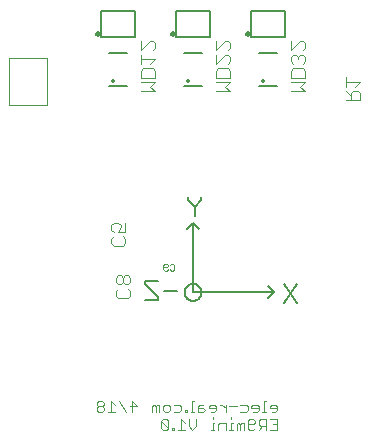
<source format=gbo>
G75*
%MOIN*%
%OFA0B0*%
%FSLAX25Y25*%
%IPPOS*%
%LPD*%
%AMOC8*
5,1,8,0,0,1.08239X$1,22.5*
%
%ADD10C,0.00300*%
%ADD11C,0.00500*%
%ADD12C,0.00600*%
%ADD13C,0.00200*%
%ADD14C,0.00400*%
%ADD15C,0.00800*%
%ADD16C,0.01414*%
%ADD17C,0.00197*%
D10*
X0101184Y0010800D02*
X0102419Y0010800D01*
X0103036Y0011417D01*
X0103036Y0012652D01*
X0102419Y0013269D01*
X0101184Y0013269D01*
X0100567Y0012652D01*
X0100567Y0012034D01*
X0103036Y0012034D01*
X0099353Y0014503D02*
X0098735Y0014503D01*
X0098735Y0010800D01*
X0098118Y0010800D02*
X0099353Y0010800D01*
X0095046Y0010800D02*
X0096280Y0010800D01*
X0096897Y0011417D01*
X0096897Y0012652D01*
X0096280Y0013269D01*
X0095046Y0013269D01*
X0094428Y0012652D01*
X0094428Y0012034D01*
X0096897Y0012034D01*
X0090745Y0013269D02*
X0092597Y0013269D01*
X0093214Y0012652D01*
X0093214Y0011417D01*
X0092597Y0010800D01*
X0090745Y0010800D01*
X0089531Y0012652D02*
X0087062Y0012652D01*
X0085848Y0013269D02*
X0085848Y0010800D01*
X0085848Y0012034D02*
X0084613Y0013269D01*
X0083996Y0013269D01*
X0080927Y0010800D02*
X0082161Y0010800D01*
X0082779Y0011417D01*
X0082779Y0012652D01*
X0082161Y0013269D01*
X0080927Y0013269D01*
X0080310Y0012652D01*
X0080310Y0012034D01*
X0082779Y0012034D01*
X0078478Y0013269D02*
X0077244Y0013269D01*
X0076627Y0012652D01*
X0076627Y0010800D01*
X0078478Y0010800D01*
X0079095Y0011417D01*
X0078478Y0012034D01*
X0076627Y0012034D01*
X0075412Y0014503D02*
X0074795Y0014503D01*
X0074795Y0010800D01*
X0075412Y0010800D02*
X0074178Y0010800D01*
X0072957Y0010800D02*
X0072957Y0011417D01*
X0072340Y0011417D01*
X0072340Y0010800D01*
X0072957Y0010800D01*
X0068646Y0013269D02*
X0070498Y0013269D01*
X0071115Y0012652D01*
X0071115Y0011417D01*
X0070498Y0010800D01*
X0068646Y0010800D01*
X0066815Y0010800D02*
X0065580Y0010800D01*
X0064963Y0011417D01*
X0064963Y0012652D01*
X0065580Y0013269D01*
X0066815Y0013269D01*
X0067432Y0012652D01*
X0067432Y0011417D01*
X0066815Y0010800D01*
X0063749Y0010800D02*
X0063749Y0013269D01*
X0063132Y0013269D01*
X0062515Y0012652D01*
X0062515Y0010800D01*
X0062515Y0012652D02*
X0061897Y0013269D01*
X0061280Y0012652D01*
X0061280Y0010800D01*
X0054531Y0010800D02*
X0054531Y0014503D01*
X0056383Y0012652D01*
X0053914Y0012652D01*
X0052699Y0010800D02*
X0050231Y0014503D01*
X0049016Y0013269D02*
X0047782Y0014503D01*
X0047782Y0010800D01*
X0049016Y0010800D02*
X0046548Y0010800D01*
X0045333Y0013886D02*
X0044716Y0014503D01*
X0043482Y0014503D01*
X0042864Y0013886D01*
X0042864Y0013269D01*
X0043482Y0012652D01*
X0042864Y0012034D01*
X0042864Y0011417D01*
X0043482Y0010800D01*
X0044716Y0010800D01*
X0045333Y0011417D01*
X0045333Y0012034D01*
X0044716Y0012652D01*
X0045333Y0013269D01*
X0045333Y0013886D01*
X0044716Y0012652D02*
X0043482Y0012652D01*
X0100567Y0008503D02*
X0103036Y0008503D01*
X0103036Y0004800D01*
X0100567Y0004800D01*
X0101801Y0006652D02*
X0103036Y0006652D01*
X0099353Y0004800D02*
X0099353Y0008503D01*
X0097501Y0008503D01*
X0096884Y0007886D01*
X0096884Y0006652D01*
X0097501Y0006034D01*
X0099353Y0006034D01*
X0098118Y0006034D02*
X0096884Y0004800D01*
X0095670Y0005417D02*
X0095052Y0004800D01*
X0093818Y0004800D01*
X0093201Y0005417D01*
X0093201Y0007886D01*
X0093818Y0008503D01*
X0095052Y0008503D01*
X0095670Y0007886D01*
X0095670Y0007269D01*
X0095052Y0006652D01*
X0093201Y0006652D01*
X0091986Y0004800D02*
X0091986Y0007269D01*
X0091369Y0007269D01*
X0090752Y0006652D01*
X0090752Y0004800D01*
X0090752Y0006652D02*
X0090135Y0007269D01*
X0089518Y0006652D01*
X0089518Y0004800D01*
X0088303Y0007269D02*
X0087686Y0007269D01*
X0087686Y0004800D01*
X0088303Y0004800D02*
X0087069Y0004800D01*
X0087686Y0008503D02*
X0087686Y0009120D01*
X0085848Y0004800D02*
X0085848Y0007269D01*
X0083996Y0007269D01*
X0083379Y0006652D01*
X0083379Y0004800D01*
X0082165Y0007269D02*
X0081547Y0007269D01*
X0081547Y0004800D01*
X0080930Y0004800D02*
X0082165Y0004800D01*
X0081547Y0008503D02*
X0081547Y0009120D01*
X0076026Y0008503D02*
X0076026Y0006034D01*
X0074792Y0004800D01*
X0073557Y0006034D01*
X0073557Y0008503D01*
X0072343Y0007269D02*
X0071109Y0008503D01*
X0071109Y0004800D01*
X0072343Y0004800D02*
X0069874Y0004800D01*
X0068660Y0004800D02*
X0068660Y0005417D01*
X0068043Y0005417D01*
X0068043Y0004800D01*
X0068660Y0004800D01*
X0066818Y0005417D02*
X0066818Y0007886D01*
X0066201Y0008503D01*
X0064967Y0008503D01*
X0064349Y0007886D01*
X0064349Y0005417D01*
X0064967Y0004800D01*
X0066201Y0004800D01*
X0066818Y0005417D01*
X0064349Y0007886D01*
D11*
X0075000Y0050750D02*
X0102000Y0050750D01*
X0100000Y0052750D01*
X0102000Y0050750D02*
X0100000Y0048750D01*
X0075000Y0050750D02*
X0075000Y0073750D01*
X0073000Y0071750D01*
X0075000Y0073750D02*
X0077000Y0071750D01*
X0072172Y0050750D02*
X0072174Y0050856D01*
X0072180Y0050961D01*
X0072190Y0051067D01*
X0072204Y0051171D01*
X0072221Y0051276D01*
X0072243Y0051379D01*
X0072268Y0051482D01*
X0072298Y0051584D01*
X0072331Y0051684D01*
X0072367Y0051783D01*
X0072408Y0051881D01*
X0072452Y0051977D01*
X0072500Y0052071D01*
X0072551Y0052164D01*
X0072605Y0052255D01*
X0072663Y0052343D01*
X0072725Y0052429D01*
X0072789Y0052513D01*
X0072856Y0052595D01*
X0072927Y0052674D01*
X0073000Y0052750D01*
X0073076Y0052823D01*
X0073155Y0052894D01*
X0073237Y0052961D01*
X0073321Y0053025D01*
X0073407Y0053087D01*
X0073495Y0053145D01*
X0073586Y0053199D01*
X0073679Y0053250D01*
X0073773Y0053298D01*
X0073869Y0053342D01*
X0073967Y0053383D01*
X0074066Y0053419D01*
X0074166Y0053452D01*
X0074268Y0053482D01*
X0074371Y0053507D01*
X0074474Y0053529D01*
X0074579Y0053546D01*
X0074683Y0053560D01*
X0074789Y0053570D01*
X0074894Y0053576D01*
X0075000Y0053578D01*
X0075106Y0053576D01*
X0075211Y0053570D01*
X0075317Y0053560D01*
X0075421Y0053546D01*
X0075526Y0053529D01*
X0075629Y0053507D01*
X0075732Y0053482D01*
X0075834Y0053452D01*
X0075934Y0053419D01*
X0076033Y0053383D01*
X0076131Y0053342D01*
X0076227Y0053298D01*
X0076321Y0053250D01*
X0076414Y0053199D01*
X0076505Y0053145D01*
X0076593Y0053087D01*
X0076679Y0053025D01*
X0076763Y0052961D01*
X0076845Y0052894D01*
X0076924Y0052823D01*
X0077000Y0052750D01*
X0077073Y0052674D01*
X0077144Y0052595D01*
X0077211Y0052513D01*
X0077275Y0052429D01*
X0077337Y0052343D01*
X0077395Y0052255D01*
X0077449Y0052164D01*
X0077500Y0052071D01*
X0077548Y0051977D01*
X0077592Y0051881D01*
X0077633Y0051783D01*
X0077669Y0051684D01*
X0077702Y0051584D01*
X0077732Y0051482D01*
X0077757Y0051379D01*
X0077779Y0051276D01*
X0077796Y0051171D01*
X0077810Y0051067D01*
X0077820Y0050961D01*
X0077826Y0050856D01*
X0077828Y0050750D01*
X0077826Y0050644D01*
X0077820Y0050539D01*
X0077810Y0050433D01*
X0077796Y0050329D01*
X0077779Y0050224D01*
X0077757Y0050121D01*
X0077732Y0050018D01*
X0077702Y0049916D01*
X0077669Y0049816D01*
X0077633Y0049717D01*
X0077592Y0049619D01*
X0077548Y0049523D01*
X0077500Y0049429D01*
X0077449Y0049336D01*
X0077395Y0049245D01*
X0077337Y0049157D01*
X0077275Y0049071D01*
X0077211Y0048987D01*
X0077144Y0048905D01*
X0077073Y0048826D01*
X0077000Y0048750D01*
X0076924Y0048677D01*
X0076845Y0048606D01*
X0076763Y0048539D01*
X0076679Y0048475D01*
X0076593Y0048413D01*
X0076505Y0048355D01*
X0076414Y0048301D01*
X0076321Y0048250D01*
X0076227Y0048202D01*
X0076131Y0048158D01*
X0076033Y0048117D01*
X0075934Y0048081D01*
X0075834Y0048048D01*
X0075732Y0048018D01*
X0075629Y0047993D01*
X0075526Y0047971D01*
X0075421Y0047954D01*
X0075317Y0047940D01*
X0075211Y0047930D01*
X0075106Y0047924D01*
X0075000Y0047922D01*
X0074894Y0047924D01*
X0074789Y0047930D01*
X0074683Y0047940D01*
X0074579Y0047954D01*
X0074474Y0047971D01*
X0074371Y0047993D01*
X0074268Y0048018D01*
X0074166Y0048048D01*
X0074066Y0048081D01*
X0073967Y0048117D01*
X0073869Y0048158D01*
X0073773Y0048202D01*
X0073679Y0048250D01*
X0073586Y0048301D01*
X0073495Y0048355D01*
X0073407Y0048413D01*
X0073321Y0048475D01*
X0073237Y0048539D01*
X0073155Y0048606D01*
X0073076Y0048677D01*
X0073000Y0048750D01*
X0072927Y0048826D01*
X0072856Y0048905D01*
X0072789Y0048987D01*
X0072725Y0049071D01*
X0072663Y0049157D01*
X0072605Y0049245D01*
X0072551Y0049336D01*
X0072500Y0049429D01*
X0072452Y0049523D01*
X0072408Y0049619D01*
X0072367Y0049717D01*
X0072331Y0049816D01*
X0072298Y0049916D01*
X0072268Y0050018D01*
X0072243Y0050121D01*
X0072221Y0050224D01*
X0072204Y0050329D01*
X0072190Y0050433D01*
X0072180Y0050539D01*
X0072174Y0050644D01*
X0072172Y0050750D01*
X0044488Y0135669D02*
X0055512Y0135669D01*
X0055512Y0144331D01*
X0044488Y0144331D01*
X0044488Y0135669D01*
X0042750Y0136850D02*
X0042752Y0136897D01*
X0042758Y0136943D01*
X0042767Y0136989D01*
X0042781Y0137033D01*
X0042798Y0137077D01*
X0042819Y0137118D01*
X0042843Y0137158D01*
X0042870Y0137196D01*
X0042901Y0137231D01*
X0042934Y0137264D01*
X0042970Y0137294D01*
X0043009Y0137320D01*
X0043049Y0137344D01*
X0043091Y0137363D01*
X0043135Y0137380D01*
X0043180Y0137392D01*
X0043226Y0137401D01*
X0043272Y0137406D01*
X0043319Y0137407D01*
X0043365Y0137404D01*
X0043411Y0137397D01*
X0043457Y0137386D01*
X0043501Y0137372D01*
X0043544Y0137354D01*
X0043585Y0137332D01*
X0043625Y0137307D01*
X0043662Y0137279D01*
X0043697Y0137248D01*
X0043729Y0137214D01*
X0043758Y0137177D01*
X0043783Y0137139D01*
X0043806Y0137098D01*
X0043825Y0137055D01*
X0043840Y0137011D01*
X0043852Y0136966D01*
X0043860Y0136920D01*
X0043864Y0136873D01*
X0043864Y0136827D01*
X0043860Y0136780D01*
X0043852Y0136734D01*
X0043840Y0136689D01*
X0043825Y0136645D01*
X0043806Y0136602D01*
X0043783Y0136561D01*
X0043758Y0136523D01*
X0043729Y0136486D01*
X0043697Y0136452D01*
X0043662Y0136421D01*
X0043625Y0136393D01*
X0043586Y0136368D01*
X0043544Y0136346D01*
X0043501Y0136328D01*
X0043457Y0136314D01*
X0043411Y0136303D01*
X0043365Y0136296D01*
X0043319Y0136293D01*
X0043272Y0136294D01*
X0043226Y0136299D01*
X0043180Y0136308D01*
X0043135Y0136320D01*
X0043091Y0136337D01*
X0043049Y0136356D01*
X0043009Y0136380D01*
X0042970Y0136406D01*
X0042934Y0136436D01*
X0042901Y0136469D01*
X0042870Y0136504D01*
X0042843Y0136542D01*
X0042819Y0136582D01*
X0042798Y0136623D01*
X0042781Y0136667D01*
X0042767Y0136711D01*
X0042758Y0136757D01*
X0042752Y0136803D01*
X0042750Y0136850D01*
X0069488Y0135669D02*
X0080512Y0135669D01*
X0080512Y0144331D01*
X0069488Y0144331D01*
X0069488Y0135669D01*
X0067750Y0136850D02*
X0067752Y0136897D01*
X0067758Y0136943D01*
X0067767Y0136989D01*
X0067781Y0137033D01*
X0067798Y0137077D01*
X0067819Y0137118D01*
X0067843Y0137158D01*
X0067870Y0137196D01*
X0067901Y0137231D01*
X0067934Y0137264D01*
X0067970Y0137294D01*
X0068009Y0137320D01*
X0068049Y0137344D01*
X0068091Y0137363D01*
X0068135Y0137380D01*
X0068180Y0137392D01*
X0068226Y0137401D01*
X0068272Y0137406D01*
X0068319Y0137407D01*
X0068365Y0137404D01*
X0068411Y0137397D01*
X0068457Y0137386D01*
X0068501Y0137372D01*
X0068544Y0137354D01*
X0068585Y0137332D01*
X0068625Y0137307D01*
X0068662Y0137279D01*
X0068697Y0137248D01*
X0068729Y0137214D01*
X0068758Y0137177D01*
X0068783Y0137139D01*
X0068806Y0137098D01*
X0068825Y0137055D01*
X0068840Y0137011D01*
X0068852Y0136966D01*
X0068860Y0136920D01*
X0068864Y0136873D01*
X0068864Y0136827D01*
X0068860Y0136780D01*
X0068852Y0136734D01*
X0068840Y0136689D01*
X0068825Y0136645D01*
X0068806Y0136602D01*
X0068783Y0136561D01*
X0068758Y0136523D01*
X0068729Y0136486D01*
X0068697Y0136452D01*
X0068662Y0136421D01*
X0068625Y0136393D01*
X0068586Y0136368D01*
X0068544Y0136346D01*
X0068501Y0136328D01*
X0068457Y0136314D01*
X0068411Y0136303D01*
X0068365Y0136296D01*
X0068319Y0136293D01*
X0068272Y0136294D01*
X0068226Y0136299D01*
X0068180Y0136308D01*
X0068135Y0136320D01*
X0068091Y0136337D01*
X0068049Y0136356D01*
X0068009Y0136380D01*
X0067970Y0136406D01*
X0067934Y0136436D01*
X0067901Y0136469D01*
X0067870Y0136504D01*
X0067843Y0136542D01*
X0067819Y0136582D01*
X0067798Y0136623D01*
X0067781Y0136667D01*
X0067767Y0136711D01*
X0067758Y0136757D01*
X0067752Y0136803D01*
X0067750Y0136850D01*
X0094488Y0135669D02*
X0105512Y0135669D01*
X0105512Y0144331D01*
X0094488Y0144331D01*
X0094488Y0135669D01*
X0092750Y0136850D02*
X0092752Y0136897D01*
X0092758Y0136943D01*
X0092767Y0136989D01*
X0092781Y0137033D01*
X0092798Y0137077D01*
X0092819Y0137118D01*
X0092843Y0137158D01*
X0092870Y0137196D01*
X0092901Y0137231D01*
X0092934Y0137264D01*
X0092970Y0137294D01*
X0093009Y0137320D01*
X0093049Y0137344D01*
X0093091Y0137363D01*
X0093135Y0137380D01*
X0093180Y0137392D01*
X0093226Y0137401D01*
X0093272Y0137406D01*
X0093319Y0137407D01*
X0093365Y0137404D01*
X0093411Y0137397D01*
X0093457Y0137386D01*
X0093501Y0137372D01*
X0093544Y0137354D01*
X0093585Y0137332D01*
X0093625Y0137307D01*
X0093662Y0137279D01*
X0093697Y0137248D01*
X0093729Y0137214D01*
X0093758Y0137177D01*
X0093783Y0137139D01*
X0093806Y0137098D01*
X0093825Y0137055D01*
X0093840Y0137011D01*
X0093852Y0136966D01*
X0093860Y0136920D01*
X0093864Y0136873D01*
X0093864Y0136827D01*
X0093860Y0136780D01*
X0093852Y0136734D01*
X0093840Y0136689D01*
X0093825Y0136645D01*
X0093806Y0136602D01*
X0093783Y0136561D01*
X0093758Y0136523D01*
X0093729Y0136486D01*
X0093697Y0136452D01*
X0093662Y0136421D01*
X0093625Y0136393D01*
X0093586Y0136368D01*
X0093544Y0136346D01*
X0093501Y0136328D01*
X0093457Y0136314D01*
X0093411Y0136303D01*
X0093365Y0136296D01*
X0093319Y0136293D01*
X0093272Y0136294D01*
X0093226Y0136299D01*
X0093180Y0136308D01*
X0093135Y0136320D01*
X0093091Y0136337D01*
X0093049Y0136356D01*
X0093009Y0136380D01*
X0092970Y0136406D01*
X0092934Y0136436D01*
X0092901Y0136469D01*
X0092870Y0136504D01*
X0092843Y0136542D01*
X0092819Y0136582D01*
X0092798Y0136623D01*
X0092781Y0136667D01*
X0092767Y0136711D01*
X0092758Y0136757D01*
X0092752Y0136803D01*
X0092750Y0136850D01*
D12*
X0109700Y0053455D02*
X0105430Y0047050D01*
X0109700Y0047050D02*
X0105430Y0053455D01*
X0077700Y0082455D02*
X0077700Y0081388D01*
X0075565Y0079253D01*
X0073430Y0081388D01*
X0073430Y0082455D01*
X0075565Y0079253D02*
X0075565Y0076050D01*
X0069700Y0051253D02*
X0065430Y0051253D01*
X0063255Y0054455D02*
X0058984Y0054455D01*
X0058984Y0053388D01*
X0063255Y0049118D01*
X0063255Y0048050D01*
X0058984Y0048050D01*
D13*
X0067352Y0059785D02*
X0067719Y0060152D01*
X0068453Y0060152D01*
X0068820Y0059785D01*
X0068820Y0058317D01*
X0068453Y0057950D01*
X0067719Y0057950D01*
X0067352Y0058317D01*
X0066610Y0058317D02*
X0066243Y0057950D01*
X0065509Y0057950D01*
X0065142Y0058317D01*
X0065142Y0059785D01*
X0065509Y0060152D01*
X0066243Y0060152D01*
X0066610Y0059785D01*
X0066610Y0059418D01*
X0066243Y0059051D01*
X0065142Y0059051D01*
D14*
X0051609Y0069344D02*
X0052376Y0068576D01*
X0052376Y0067042D01*
X0051609Y0066274D01*
X0048539Y0066274D01*
X0047772Y0067042D01*
X0047772Y0068576D01*
X0048539Y0069344D01*
X0052376Y0073948D02*
X0052376Y0070878D01*
X0050074Y0070878D01*
X0050841Y0072413D01*
X0050841Y0073180D01*
X0050074Y0073948D01*
X0048539Y0073948D01*
X0047772Y0073180D01*
X0047772Y0071646D01*
X0048539Y0070878D01*
X0053237Y0051811D02*
X0054004Y0051044D01*
X0054004Y0049509D01*
X0053237Y0048742D01*
X0050167Y0048742D01*
X0049400Y0049509D01*
X0049400Y0051044D01*
X0050167Y0051811D01*
X0053237Y0053346D02*
X0054004Y0054113D01*
X0054004Y0055648D01*
X0053237Y0056415D01*
X0052469Y0056415D01*
X0051702Y0055648D01*
X0050935Y0056415D01*
X0050167Y0056415D01*
X0049400Y0055648D01*
X0049400Y0054113D01*
X0050167Y0053346D01*
X0050935Y0053346D01*
X0051702Y0054113D01*
X0052469Y0053346D01*
X0053237Y0053346D01*
X0051702Y0054113D02*
X0051702Y0055648D01*
X0057700Y0117700D02*
X0062304Y0117700D01*
X0060769Y0119235D01*
X0062304Y0120769D01*
X0057700Y0120769D01*
X0062304Y0122304D02*
X0057700Y0122304D01*
X0057700Y0124606D01*
X0058467Y0125373D01*
X0061537Y0125373D01*
X0062304Y0124606D01*
X0062304Y0122304D01*
X0060769Y0126908D02*
X0062304Y0128442D01*
X0057700Y0128442D01*
X0057700Y0126908D02*
X0057700Y0129977D01*
X0057700Y0134581D02*
X0057700Y0131512D01*
X0060769Y0134581D01*
X0061537Y0134581D01*
X0062304Y0133814D01*
X0062304Y0132279D01*
X0061537Y0131512D01*
X0082700Y0117700D02*
X0087304Y0117700D01*
X0085769Y0119235D01*
X0087304Y0120769D01*
X0082700Y0120769D01*
X0087304Y0122304D02*
X0082700Y0122304D01*
X0082700Y0124606D01*
X0083467Y0125373D01*
X0086537Y0125373D01*
X0087304Y0124606D01*
X0087304Y0122304D01*
X0082700Y0129977D02*
X0082700Y0126908D01*
X0085769Y0129977D01*
X0086537Y0129977D01*
X0087304Y0129210D01*
X0087304Y0127675D01*
X0086537Y0126908D01*
X0082700Y0134581D02*
X0082700Y0131512D01*
X0085769Y0134581D01*
X0086537Y0134581D01*
X0087304Y0133814D01*
X0087304Y0132279D01*
X0086537Y0131512D01*
X0107700Y0117700D02*
X0112304Y0117700D01*
X0110769Y0119235D01*
X0112304Y0120769D01*
X0107700Y0120769D01*
X0112304Y0122304D02*
X0107700Y0122304D01*
X0107700Y0124606D01*
X0108467Y0125373D01*
X0111537Y0125373D01*
X0112304Y0124606D01*
X0112304Y0122304D01*
X0111537Y0126908D02*
X0112304Y0127675D01*
X0112304Y0129210D01*
X0111537Y0129977D01*
X0110769Y0129977D01*
X0110002Y0129210D01*
X0110002Y0128442D01*
X0110002Y0129210D02*
X0109235Y0129977D01*
X0108467Y0129977D01*
X0107700Y0129210D01*
X0107700Y0127675D01*
X0108467Y0126908D01*
X0107700Y0134581D02*
X0107700Y0131512D01*
X0110769Y0134581D01*
X0111537Y0134581D01*
X0112304Y0133814D01*
X0112304Y0132279D01*
X0111537Y0131512D01*
X0126000Y0114700D02*
X0130604Y0114700D01*
X0130604Y0117002D01*
X0129837Y0117769D01*
X0128302Y0117769D01*
X0127535Y0117002D01*
X0127535Y0114700D01*
X0127535Y0116235D02*
X0126000Y0117769D01*
X0129069Y0119304D02*
X0130604Y0120839D01*
X0126000Y0120839D01*
X0126000Y0122373D02*
X0126000Y0119304D01*
D15*
X0052953Y0130512D02*
X0047047Y0130512D01*
X0047047Y0119488D02*
X0052953Y0119488D01*
X0072047Y0130512D02*
X0077953Y0130512D01*
X0077953Y0119488D02*
X0072047Y0119488D01*
X0097047Y0130512D02*
X0102953Y0130512D01*
X0102953Y0119488D02*
X0097047Y0119488D01*
D16*
X0048500Y0121000D03*
X0073500Y0121000D03*
X0098500Y0121000D03*
D17*
X0026299Y0128811D02*
X0013701Y0128811D01*
X0013701Y0113063D01*
X0026299Y0113063D01*
X0026299Y0128811D01*
M02*

</source>
